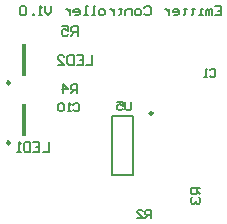
<source format=gbo>
G04 Layer_Color=32896*
%FSLAX44Y44*%
%MOMM*%
G71*
G01*
G75*
%ADD20C,0.2540*%
%ADD26C,0.2500*%
%ADD28C,0.2000*%
%ADD29C,0.1270*%
%ADD44R,0.3810X2.7940*%
D20*
X259080Y374650D02*
G03*
X259080Y374650I-1270J0D01*
G01*
Y323850D02*
G03*
X259080Y323850I-1270J0D01*
G01*
D26*
X379850Y348860D02*
G03*
X379850Y348860I-1250J0D01*
G01*
D28*
X345600Y296310D02*
X363600D01*
X345600Y346310D02*
X363600D01*
X345600Y296310D02*
Y346310D01*
X363600Y296310D02*
Y346310D01*
D29*
X361569Y358788D02*
Y352956D01*
X360402Y351790D01*
X358070D01*
X356904Y352956D01*
Y358788D01*
X349906D02*
X354571D01*
Y355289D01*
X352239Y356455D01*
X351072D01*
X349906Y355289D01*
Y352956D01*
X351072Y351790D01*
X353405D01*
X354571Y352956D01*
X312835Y356352D02*
X314001Y357518D01*
X316334D01*
X317500Y356352D01*
Y351686D01*
X316334Y350520D01*
X314001D01*
X312835Y351686D01*
X310502Y350520D02*
X308170D01*
X309336D01*
Y357518D01*
X310502Y356352D01*
X304671D02*
X303505Y357518D01*
X301172D01*
X300006Y356352D01*
Y351686D01*
X301172Y350520D01*
X303505D01*
X304671Y351686D01*
Y356352D01*
X428405Y385561D02*
X429571Y386728D01*
X431904D01*
X433070Y385561D01*
Y380896D01*
X431904Y379730D01*
X429571D01*
X428405Y380896D01*
X426072Y379730D02*
X423740D01*
X424906D01*
Y386728D01*
X426072Y385561D01*
X378460Y260350D02*
Y267348D01*
X374961D01*
X373795Y266182D01*
Y263849D01*
X374961Y262683D01*
X378460D01*
X376127D02*
X373795Y260350D01*
X366797D02*
X371462D01*
X366797Y265015D01*
Y266182D01*
X367963Y267348D01*
X370296D01*
X371462Y266182D01*
X420240Y285750D02*
X412243D01*
Y281751D01*
X413576Y280418D01*
X416241D01*
X417574Y281751D01*
Y285750D01*
Y283084D02*
X420240Y280418D01*
X413576Y277753D02*
X412243Y276420D01*
Y273754D01*
X413576Y272421D01*
X414908D01*
X416241Y273754D01*
Y275087D01*
Y273754D01*
X417574Y272421D01*
X418907D01*
X420240Y273754D01*
Y276420D01*
X418907Y277753D01*
X292100Y324227D02*
Y316230D01*
X286768D01*
X278771Y324227D02*
X284103D01*
Y316230D01*
X278771D01*
X284103Y320229D02*
X281437D01*
X276105Y324227D02*
Y316230D01*
X272106D01*
X270774Y317563D01*
Y322895D01*
X272106Y324227D01*
X276105D01*
X268108Y316230D02*
X265442D01*
X266775D01*
Y324227D01*
X268108Y322895D01*
X328930Y397887D02*
Y389890D01*
X323598D01*
X315601Y397887D02*
X320933D01*
Y389890D01*
X315601D01*
X320933Y393889D02*
X318267D01*
X312935Y397887D02*
Y389890D01*
X308936D01*
X307604Y391223D01*
Y396554D01*
X308936Y397887D01*
X312935D01*
X299606Y389890D02*
X304938D01*
X299606Y395222D01*
Y396554D01*
X300939Y397887D01*
X303605D01*
X304938Y396554D01*
X316230Y365760D02*
Y373757D01*
X312231D01*
X310898Y372425D01*
Y369759D01*
X312231Y368426D01*
X316230D01*
X313564D02*
X310898Y365760D01*
X304234D02*
Y373757D01*
X308233Y369759D01*
X302901D01*
X316374Y414701D02*
Y422698D01*
X312375D01*
X311042Y421365D01*
Y418700D01*
X312375Y417367D01*
X316374D01*
X313708D02*
X311042Y414701D01*
X303045Y422698D02*
X308377D01*
Y418700D01*
X305711Y420033D01*
X304378D01*
X303045Y418700D01*
Y416034D01*
X304378Y414701D01*
X307044D01*
X308377Y416034D01*
X432818Y439797D02*
X438150D01*
Y431800D01*
X432818D01*
X438150Y435799D02*
X435484D01*
X430153Y431800D02*
Y437132D01*
X428820D01*
X427487Y435799D01*
Y431800D01*
Y435799D01*
X426154Y437132D01*
X424821Y435799D01*
Y431800D01*
X422155D02*
X419489D01*
X420822D01*
Y437132D01*
X422155D01*
X414158Y438465D02*
Y437132D01*
X415491D01*
X412825D01*
X414158D01*
Y433133D01*
X412825Y431800D01*
X407493Y438465D02*
Y437132D01*
X408826D01*
X406160D01*
X407493D01*
Y433133D01*
X406160Y431800D01*
X398163D02*
X400829D01*
X402162Y433133D01*
Y435799D01*
X400829Y437132D01*
X398163D01*
X396830Y435799D01*
Y434466D01*
X402162D01*
X394164Y437132D02*
Y431800D01*
Y434466D01*
X392831Y435799D01*
X391498Y437132D01*
X390165D01*
X372838Y438465D02*
X374171Y439797D01*
X376836D01*
X378169Y438465D01*
Y433133D01*
X376836Y431800D01*
X374171D01*
X372838Y433133D01*
X368839Y431800D02*
X366173D01*
X364840Y433133D01*
Y435799D01*
X366173Y437132D01*
X368839D01*
X370172Y435799D01*
Y433133D01*
X368839Y431800D01*
X362174D02*
Y437132D01*
X358176D01*
X356843Y435799D01*
Y431800D01*
X352844Y438465D02*
Y437132D01*
X354177D01*
X351511D01*
X352844D01*
Y433133D01*
X351511Y431800D01*
X347513Y437132D02*
Y431800D01*
Y434466D01*
X346180Y435799D01*
X344847Y437132D01*
X343514D01*
X338182Y431800D02*
X335516D01*
X334184Y433133D01*
Y435799D01*
X335516Y437132D01*
X338182D01*
X339515Y435799D01*
Y433133D01*
X338182Y431800D01*
X331518D02*
X328852D01*
X330185D01*
Y439797D01*
X331518D01*
X324853Y431800D02*
X322187D01*
X323520D01*
Y439797D01*
X324853D01*
X314190Y431800D02*
X316856D01*
X318189Y433133D01*
Y435799D01*
X316856Y437132D01*
X314190D01*
X312857Y435799D01*
Y434466D01*
X318189D01*
X310191Y437132D02*
Y431800D01*
Y434466D01*
X308858Y435799D01*
X307525Y437132D01*
X306192D01*
X294196Y439797D02*
Y434466D01*
X291531Y431800D01*
X288865Y434466D01*
Y439797D01*
X286199Y431800D02*
X283533D01*
X284866D01*
Y439797D01*
X286199Y438465D01*
X279534Y431800D02*
Y433133D01*
X278202D01*
Y431800D01*
X279534D01*
X272870Y438465D02*
X271537Y439797D01*
X268871D01*
X267538Y438465D01*
Y433133D01*
X268871Y431800D01*
X271537D01*
X272870Y433133D01*
Y438465D01*
D44*
X271145Y393700D02*
D03*
Y342900D02*
D03*
M02*

</source>
